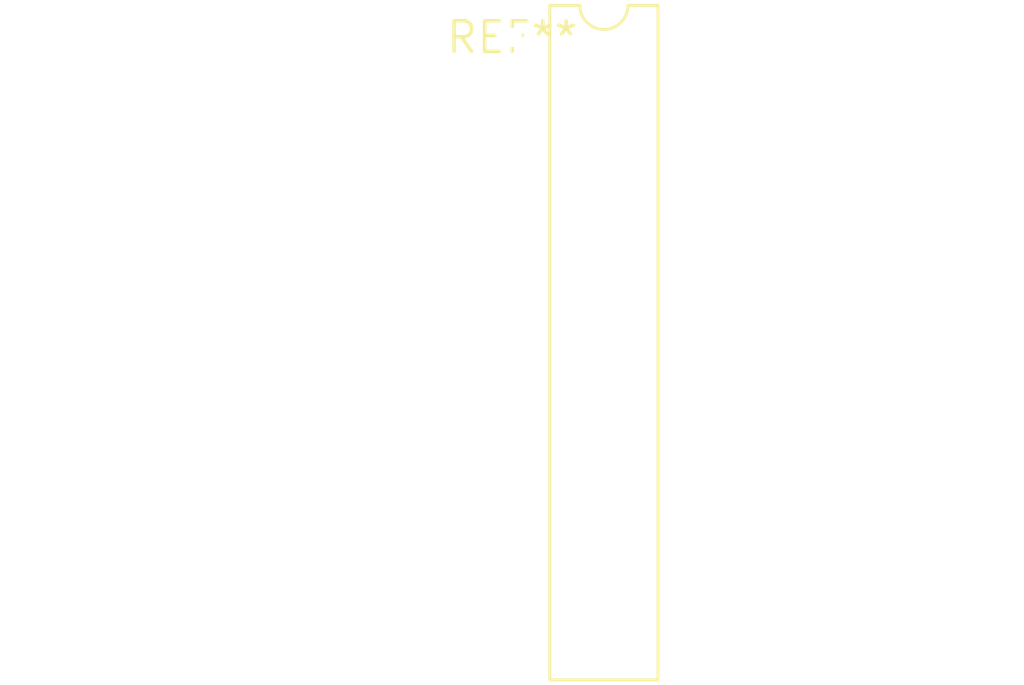
<source format=kicad_pcb>
(kicad_pcb (version 20240108) (generator pcbnew)
  (layers (0 "F.Cu" signal) (31 "B.Cu" signal) (34 "B.Paste" user) (35 "F.Paste" user) (36 "B.SilkS" user "B.Silkscreen") (37 "F.SilkS" user "F.Silkscreen") (38 "B.Mask" user) (39 "F.Mask" user) (44 "Edge.Cuts" user))
  (net 0 "")
  (footprint "CERDIP-22_W7.62mm_SideBrazed_LongPads" (layer "F.Cu") (at 0 0)
    (property "Reference" "REF**")
    (property "Value" "CERDIP-22_W7.62mm_SideBrazed_LongPads")
    (fp_line (start 1.56 -1.33) (end 1.56 26.73) (layer "F.SilkS") (stroke (width 0.12)))
    (fp_line (start 1.56 26.73) (end 6.06 26.73) (layer "F.SilkS") (stroke (width 0.12)))
    (fp_line (start 2.81 -1.33) (end 1.56 -1.33) (layer "F.SilkS") (stroke (width 0.12)))
    (fp_line (start 6.06 -1.33) (end 4.81 -1.33) (layer "F.SilkS") (stroke (width 0.12)))
    (fp_line (start 6.06 26.73) (end 6.06 -1.33) (layer "F.SilkS") (stroke (width 0.12)))
    (fp_arc (start 4.81 -1.33) (mid 3.81 -0.33) (end 2.81 -1.33) (layer "F.SilkS") (stroke (width 0.12)))
    (pad "1" thru_hole rect (at 0 0) (size 2.4 1.6) (drill 0.8) (layers *.Cu *.Mask) (remove_unused_layers))
    (pad "2" thru_hole oval (at 0 2.54) (size 2.4 1.6) (drill 0.8) (layers *.Cu *.Mask) (remove_unused_layers))
    (pad "3" thru_hole oval (at 0 5.08) (size 2.4 1.6) (drill 0.8) (layers *.Cu *.Mask) (remove_unused_layers))
    (pad "4" thru_hole oval (at 0 7.62) (size 2.4 1.6) (drill 0.8) (layers *.Cu *.Mask) (remove_unused_layers))
    (pad "5" thru_hole oval (at 0 10.16) (size 2.4 1.6) (drill 0.8) (layers *.Cu *.Mask) (remove_unused_layers))
    (pad "6" thru_hole oval (at 0 12.7) (size 2.4 1.6) (drill 0.8) (layers *.Cu *.Mask) (remove_unused_layers))
    (pad "7" thru_hole oval (at 0 15.24) (size 2.4 1.6) (drill 0.8) (layers *.Cu *.Mask) (remove_unused_layers))
    (pad "8" thru_hole oval (at 0 17.78) (size 2.4 1.6) (drill 0.8) (layers *.Cu *.Mask) (remove_unused_layers))
    (pad "9" thru_hole oval (at 0 20.32) (size 2.4 1.6) (drill 0.8) (layers *.Cu *.Mask) (remove_unused_layers))
    (pad "10" thru_hole oval (at 0 22.86) (size 2.4 1.6) (drill 0.8) (layers *.Cu *.Mask) (remove_unused_layers))
    (pad "11" thru_hole oval (at 0 25.4) (size 2.4 1.6) (drill 0.8) (layers *.Cu *.Mask) (remove_unused_layers))
    (pad "12" thru_hole oval (at 7.62 25.4) (size 2.4 1.6) (drill 0.8) (layers *.Cu *.Mask) (remove_unused_layers))
    (pad "13" thru_hole oval (at 7.62 22.86) (size 2.4 1.6) (drill 0.8) (layers *.Cu *.Mask) (remove_unused_layers))
    (pad "14" thru_hole oval (at 7.62 20.32) (size 2.4 1.6) (drill 0.8) (layers *.Cu *.Mask) (remove_unused_layers))
    (pad "15" thru_hole oval (at 7.62 17.78) (size 2.4 1.6) (drill 0.8) (layers *.Cu *.Mask) (remove_unused_layers))
    (pad "16" thru_hole oval (at 7.62 15.24) (size 2.4 1.6) (drill 0.8) (layers *.Cu *.Mask) (remove_unused_layers))
    (pad "17" thru_hole oval (at 7.62 12.7) (size 2.4 1.6) (drill 0.8) (layers *.Cu *.Mask) (remove_unused_layers))
    (pad "18" thru_hole oval (at 7.62 10.16) (size 2.4 1.6) (drill 0.8) (layers *.Cu *.Mask) (remove_unused_layers))
    (pad "19" thru_hole oval (at 7.62 7.62) (size 2.4 1.6) (drill 0.8) (layers *.Cu *.Mask) (remove_unused_layers))
    (pad "20" thru_hole oval (at 7.62 5.08) (size 2.4 1.6) (drill 0.8) (layers *.Cu *.Mask) (remove_unused_layers))
    (pad "21" thru_hole oval (at 7.62 2.54) (size 2.4 1.6) (drill 0.8) (layers *.Cu *.Mask) (remove_unused_layers))
    (pad "22" thru_hole oval (at 7.62 0) (size 2.4 1.6) (drill 0.8) (layers *.Cu *.Mask) (remove_unused_layers))
  )
)
</source>
